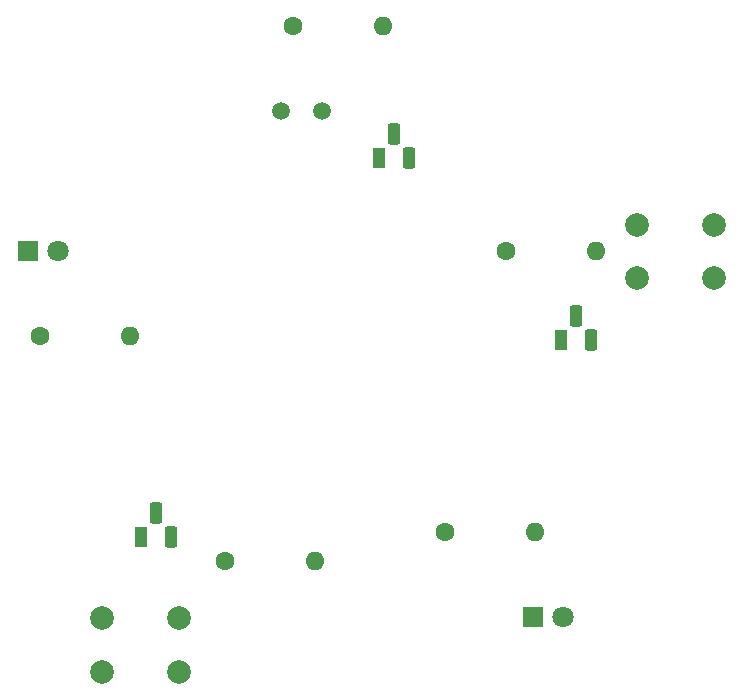
<source format=gbr>
%TF.GenerationSoftware,KiCad,Pcbnew,8.0.8*%
%TF.CreationDate,2025-06-30T13:56:02-06:00*%
%TF.ProjectId,SolderNunu,536f6c64-6572-44e7-956e-752e6b696361,rev?*%
%TF.SameCoordinates,Original*%
%TF.FileFunction,Soldermask,Top*%
%TF.FilePolarity,Negative*%
%FSLAX46Y46*%
G04 Gerber Fmt 4.6, Leading zero omitted, Abs format (unit mm)*
G04 Created by KiCad (PCBNEW 8.0.8) date 2025-06-30 13:56:02*
%MOMM*%
%LPD*%
G01*
G04 APERTURE LIST*
G04 Aperture macros list*
%AMRoundRect*
0 Rectangle with rounded corners*
0 $1 Rounding radius*
0 $2 $3 $4 $5 $6 $7 $8 $9 X,Y pos of 4 corners*
0 Add a 4 corners polygon primitive as box body*
4,1,4,$2,$3,$4,$5,$6,$7,$8,$9,$2,$3,0*
0 Add four circle primitives for the rounded corners*
1,1,$1+$1,$2,$3*
1,1,$1+$1,$4,$5*
1,1,$1+$1,$6,$7*
1,1,$1+$1,$8,$9*
0 Add four rect primitives between the rounded corners*
20,1,$1+$1,$2,$3,$4,$5,0*
20,1,$1+$1,$4,$5,$6,$7,0*
20,1,$1+$1,$6,$7,$8,$9,0*
20,1,$1+$1,$8,$9,$2,$3,0*%
G04 Aperture macros list end*
%ADD10C,1.600000*%
%ADD11O,1.600000X1.600000*%
%ADD12R,1.100000X1.800000*%
%ADD13RoundRect,0.275000X-0.275000X-0.625000X0.275000X-0.625000X0.275000X0.625000X-0.275000X0.625000X0*%
%ADD14R,1.800000X1.800000*%
%ADD15C,1.800000*%
%ADD16C,2.000000*%
%ADD17C,1.500000*%
G04 APERTURE END LIST*
D10*
%TO.C,R5*%
X150018750Y-73818750D03*
D11*
X157638750Y-73818750D03*
%TD*%
D10*
%TO.C,R3*%
X144780000Y-97631250D03*
D11*
X152400000Y-97631250D03*
%TD*%
D12*
%TO.C,Q2*%
X119062500Y-98031250D03*
D13*
X120332500Y-95961250D03*
X121602500Y-98031250D03*
%TD*%
D12*
%TO.C,Q3*%
X139223750Y-65963750D03*
D13*
X140493750Y-63893750D03*
X141763750Y-65963750D03*
%TD*%
D14*
%TO.C,D2*%
X152241250Y-104775000D03*
D15*
X154781250Y-104775000D03*
%TD*%
D10*
%TO.C,R1*%
X131921250Y-54768750D03*
D11*
X139541250Y-54768750D03*
%TD*%
D16*
%TO.C,SW2*%
X161056250Y-71568750D03*
X167556250Y-71568750D03*
X161056250Y-76068750D03*
X167556250Y-76068750D03*
%TD*%
D10*
%TO.C,R6*%
X126206250Y-100012500D03*
D11*
X133826250Y-100012500D03*
%TD*%
D17*
%TO.C,R4*%
X130968750Y-61912500D03*
X134368750Y-61912500D03*
%TD*%
D10*
%TO.C,R2*%
X110490000Y-80962500D03*
D11*
X118110000Y-80962500D03*
%TD*%
D16*
%TO.C,SW1*%
X115812500Y-104906250D03*
X122312500Y-104906250D03*
X115812500Y-109406250D03*
X122312500Y-109406250D03*
%TD*%
D12*
%TO.C,Q1*%
X154622500Y-81362500D03*
D13*
X155892500Y-79292500D03*
X157162500Y-81362500D03*
%TD*%
D14*
%TO.C,D1*%
X109537500Y-73818750D03*
D15*
X112077500Y-73818750D03*
%TD*%
M02*

</source>
